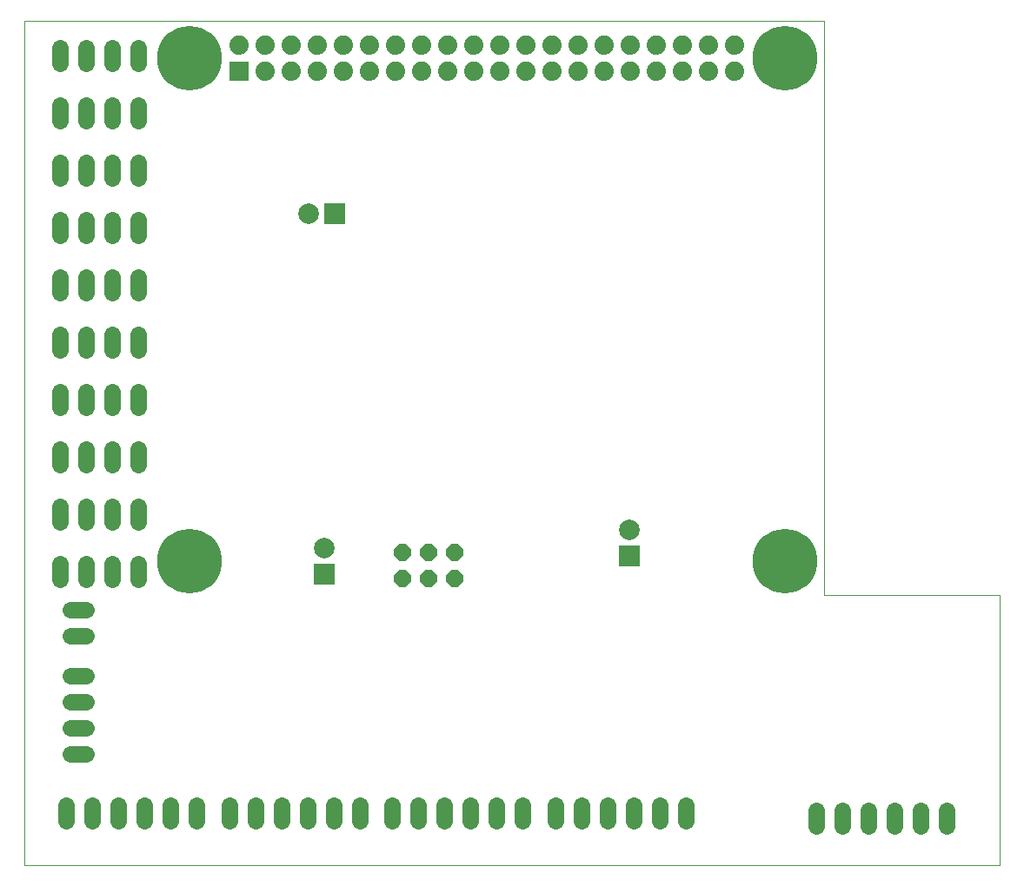
<source format=gbs>
G75*
%MOIN*%
%OFA0B0*%
%FSLAX25Y25*%
%IPPOS*%
%LPD*%
%AMOC8*
5,1,8,0,0,1.08239X$1,22.5*
%
%ADD10C,0.00000*%
%ADD11R,0.07400X0.07400*%
%ADD12C,0.07400*%
%ADD13C,0.24809*%
%ADD14C,0.06400*%
%ADD15R,0.07900X0.07900*%
%ADD16C,0.07900*%
%ADD17OC8,0.06400*%
D10*
X0034500Y0035000D02*
X0034500Y0359000D01*
X0341000Y0359000D01*
X0341000Y0138500D01*
X0408516Y0138500D01*
X0408516Y0035000D01*
X0034500Y0035000D01*
D11*
X0116906Y0339437D03*
D12*
X0116906Y0349437D03*
X0126906Y0349437D03*
X0136906Y0349437D03*
X0146906Y0349437D03*
X0156906Y0349437D03*
X0166906Y0349437D03*
X0176906Y0349437D03*
X0186906Y0349437D03*
X0186906Y0339437D03*
X0176906Y0339437D03*
X0166906Y0339437D03*
X0156906Y0339437D03*
X0146906Y0339437D03*
X0136906Y0339437D03*
X0126906Y0339437D03*
X0196906Y0339437D03*
X0206906Y0339437D03*
X0216906Y0339437D03*
X0226906Y0339437D03*
X0236906Y0339437D03*
X0246906Y0339437D03*
X0256906Y0339437D03*
X0266906Y0339437D03*
X0266906Y0349437D03*
X0256906Y0349437D03*
X0246906Y0349437D03*
X0236906Y0349437D03*
X0226906Y0349437D03*
X0216906Y0349437D03*
X0206906Y0349437D03*
X0196906Y0349437D03*
X0276906Y0349437D03*
X0286906Y0349437D03*
X0296906Y0349437D03*
X0306906Y0349437D03*
X0306906Y0339437D03*
X0296906Y0339437D03*
X0286906Y0339437D03*
X0276906Y0339437D03*
D13*
X0326079Y0344437D03*
X0326079Y0151524D03*
X0097732Y0151524D03*
X0097732Y0344437D03*
D14*
X0078000Y0342500D02*
X0078000Y0348500D01*
X0068000Y0348500D02*
X0068000Y0342500D01*
X0058000Y0342500D02*
X0058000Y0348500D01*
X0048000Y0348500D02*
X0048000Y0342500D01*
X0048000Y0326500D02*
X0048000Y0320500D01*
X0058000Y0320500D02*
X0058000Y0326500D01*
X0068000Y0326500D02*
X0068000Y0320500D01*
X0078000Y0320500D02*
X0078000Y0326500D01*
X0078000Y0304500D02*
X0078000Y0298500D01*
X0068000Y0298500D02*
X0068000Y0304500D01*
X0058000Y0304500D02*
X0058000Y0298500D01*
X0048000Y0298500D02*
X0048000Y0304500D01*
X0048000Y0282500D02*
X0048000Y0276500D01*
X0058000Y0276500D02*
X0058000Y0282500D01*
X0068000Y0282500D02*
X0068000Y0276500D01*
X0078000Y0276500D02*
X0078000Y0282500D01*
X0078000Y0260500D02*
X0078000Y0254500D01*
X0068000Y0254500D02*
X0068000Y0260500D01*
X0058000Y0260500D02*
X0058000Y0254500D01*
X0048000Y0254500D02*
X0048000Y0260500D01*
X0048000Y0238500D02*
X0048000Y0232500D01*
X0058000Y0232500D02*
X0058000Y0238500D01*
X0068000Y0238500D02*
X0068000Y0232500D01*
X0078000Y0232500D02*
X0078000Y0238500D01*
X0078000Y0216500D02*
X0078000Y0210500D01*
X0068000Y0210500D02*
X0068000Y0216500D01*
X0058000Y0216500D02*
X0058000Y0210500D01*
X0048000Y0210500D02*
X0048000Y0216500D01*
X0048000Y0194500D02*
X0048000Y0188500D01*
X0058000Y0188500D02*
X0058000Y0194500D01*
X0068000Y0194500D02*
X0068000Y0188500D01*
X0078000Y0188500D02*
X0078000Y0194500D01*
X0078000Y0172500D02*
X0078000Y0166500D01*
X0068000Y0166500D02*
X0068000Y0172500D01*
X0058000Y0172500D02*
X0058000Y0166500D01*
X0048000Y0166500D02*
X0048000Y0172500D01*
X0048000Y0150500D02*
X0048000Y0144500D01*
X0058000Y0144500D02*
X0058000Y0150500D01*
X0068000Y0150500D02*
X0068000Y0144500D01*
X0078000Y0144500D02*
X0078000Y0150500D01*
X0058000Y0133000D02*
X0052000Y0133000D01*
X0052000Y0123000D02*
X0058000Y0123000D01*
X0058169Y0107728D02*
X0052169Y0107728D01*
X0052169Y0097728D02*
X0058169Y0097728D01*
X0058169Y0087728D02*
X0052169Y0087728D01*
X0052169Y0077728D02*
X0058169Y0077728D01*
X0060500Y0058000D02*
X0060500Y0052000D01*
X0050500Y0052000D02*
X0050500Y0058000D01*
X0070500Y0058000D02*
X0070500Y0052000D01*
X0080500Y0052000D02*
X0080500Y0058000D01*
X0090500Y0058000D02*
X0090500Y0052000D01*
X0100500Y0052000D02*
X0100500Y0058000D01*
X0113000Y0058000D02*
X0113000Y0052000D01*
X0123000Y0052000D02*
X0123000Y0058000D01*
X0133000Y0058000D02*
X0133000Y0052000D01*
X0143000Y0052000D02*
X0143000Y0058000D01*
X0153000Y0058000D02*
X0153000Y0052000D01*
X0163000Y0052000D02*
X0163000Y0058000D01*
X0175500Y0058000D02*
X0175500Y0052000D01*
X0185500Y0052000D02*
X0185500Y0058000D01*
X0195500Y0058000D02*
X0195500Y0052000D01*
X0205500Y0052000D02*
X0205500Y0058000D01*
X0215500Y0058000D02*
X0215500Y0052000D01*
X0225500Y0052000D02*
X0225500Y0058000D01*
X0238000Y0058000D02*
X0238000Y0052000D01*
X0248000Y0052000D02*
X0248000Y0058000D01*
X0258000Y0058000D02*
X0258000Y0052000D01*
X0268000Y0052000D02*
X0268000Y0058000D01*
X0278000Y0058000D02*
X0278000Y0052000D01*
X0288000Y0052000D02*
X0288000Y0058000D01*
X0338000Y0056000D02*
X0338000Y0050000D01*
X0348000Y0050000D02*
X0348000Y0056000D01*
X0358000Y0056000D02*
X0358000Y0050000D01*
X0368000Y0050000D02*
X0368000Y0056000D01*
X0378000Y0056000D02*
X0378000Y0050000D01*
X0388000Y0050000D02*
X0388000Y0056000D01*
D15*
X0266500Y0153500D03*
X0149500Y0146500D03*
X0153500Y0285000D03*
D16*
X0143500Y0285000D03*
X0266500Y0163500D03*
X0149500Y0156500D03*
D17*
X0179500Y0155000D03*
X0179500Y0145000D03*
X0189500Y0145000D03*
X0189500Y0155000D03*
X0199500Y0155000D03*
X0199500Y0145000D03*
M02*

</source>
